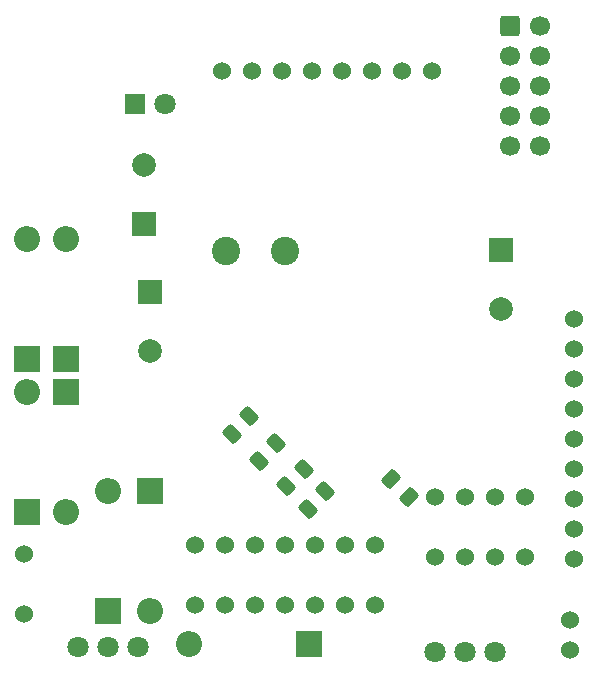
<source format=gbs>
%TF.GenerationSoftware,KiCad,Pcbnew,(6.0.4)*%
%TF.CreationDate,2022-04-18T09:54:31-07:00*%
%TF.ProjectId,stm32f091_project_condensed_v02,73746d33-3266-4303-9931-5f70726f6a65,v01*%
%TF.SameCoordinates,Original*%
%TF.FileFunction,Soldermask,Bot*%
%TF.FilePolarity,Negative*%
%FSLAX46Y46*%
G04 Gerber Fmt 4.6, Leading zero omitted, Abs format (unit mm)*
G04 Created by KiCad (PCBNEW (6.0.4)) date 2022-04-18 09:54:31*
%MOMM*%
%LPD*%
G01*
G04 APERTURE LIST*
G04 Aperture macros list*
%AMRoundRect*
0 Rectangle with rounded corners*
0 $1 Rounding radius*
0 $2 $3 $4 $5 $6 $7 $8 $9 X,Y pos of 4 corners*
0 Add a 4 corners polygon primitive as box body*
4,1,4,$2,$3,$4,$5,$6,$7,$8,$9,$2,$3,0*
0 Add four circle primitives for the rounded corners*
1,1,$1+$1,$2,$3*
1,1,$1+$1,$4,$5*
1,1,$1+$1,$6,$7*
1,1,$1+$1,$8,$9*
0 Add four rect primitives between the rounded corners*
20,1,$1+$1,$2,$3,$4,$5,0*
20,1,$1+$1,$4,$5,$6,$7,0*
20,1,$1+$1,$6,$7,$8,$9,0*
20,1,$1+$1,$8,$9,$2,$3,0*%
G04 Aperture macros list end*
%ADD10C,1.524000*%
%ADD11R,2.000000X2.000000*%
%ADD12C,2.000000*%
%ADD13R,2.200000X2.200000*%
%ADD14O,2.200000X2.200000*%
%ADD15C,1.800000*%
%ADD16C,2.400000*%
%ADD17R,1.800000X1.800000*%
%ADD18RoundRect,0.250000X-0.600000X-0.600000X0.600000X-0.600000X0.600000X0.600000X-0.600000X0.600000X0*%
%ADD19C,1.700000*%
%ADD20RoundRect,0.250000X0.097227X-0.574524X0.574524X-0.097227X-0.097227X0.574524X-0.574524X0.097227X0*%
%ADD21RoundRect,0.250000X0.574524X0.097227X0.097227X0.574524X-0.574524X-0.097227X-0.097227X-0.574524X0*%
G04 APERTURE END LIST*
D10*
%TO.C,J3*%
X109757620Y-91664760D03*
X112297620Y-91664760D03*
X114837620Y-91664760D03*
X117377620Y-91664760D03*
X119917620Y-91664760D03*
X122457620Y-91664760D03*
X124997620Y-91664760D03*
X127537620Y-91664760D03*
%TD*%
D11*
%TO.C,C18*%
X133367620Y-106777083D03*
D12*
X133367620Y-111777083D03*
%TD*%
D13*
%TO.C,D3*%
X117111620Y-140132760D03*
D14*
X106951620Y-140132760D03*
%TD*%
D15*
%TO.C,RV1*%
X97553620Y-140386760D03*
X100093620Y-140386760D03*
X102633620Y-140386760D03*
%TD*%
D10*
%TO.C,J4*%
X92981620Y-137592760D03*
X92981620Y-132512760D03*
%TD*%
D13*
%TO.C,D7*%
X93235620Y-128956760D03*
D14*
X93235620Y-118796760D03*
%TD*%
D16*
%TO.C,100mH1*%
X110039620Y-106858760D03*
X115039620Y-106858760D03*
%TD*%
D13*
%TO.C,D9*%
X96537620Y-118796760D03*
D14*
X96537620Y-128956760D03*
%TD*%
D10*
%TO.C,LS1*%
X139209620Y-138100760D03*
X139209620Y-140640760D03*
%TD*%
%TO.C,U2*%
X107459620Y-136830760D03*
X109999620Y-136830760D03*
X112539620Y-136830760D03*
X115079620Y-136830760D03*
X117619620Y-136830760D03*
X120159620Y-136830760D03*
X122699620Y-136830760D03*
X122699620Y-131750760D03*
X120159620Y-131750760D03*
X117619620Y-131750760D03*
X115079620Y-131750760D03*
X112539620Y-131750760D03*
X109999620Y-131750760D03*
X107459620Y-131750760D03*
%TD*%
D13*
%TO.C,D1*%
X100093620Y-137338760D03*
D14*
X100093620Y-127178760D03*
%TD*%
D15*
%TO.C,RV2*%
X127779620Y-140831260D03*
X130319620Y-140831260D03*
X132859620Y-140831260D03*
%TD*%
D17*
%TO.C,LD1*%
X102374620Y-94412760D03*
D15*
X104914620Y-94412760D03*
%TD*%
D11*
%TO.C,C22*%
X103649620Y-110333083D03*
D12*
X103649620Y-115333083D03*
%TD*%
D11*
%TO.C,C21*%
X103141620Y-104572760D03*
D12*
X103141620Y-99572760D03*
%TD*%
D13*
%TO.C,D6*%
X93235620Y-116002760D03*
D14*
X93235620Y-105842760D03*
%TD*%
D13*
%TO.C,D4*%
X103649620Y-127178760D03*
D14*
X103649620Y-137338760D03*
%TD*%
D13*
%TO.C,D8*%
X96537620Y-116002760D03*
D14*
X96537620Y-105842760D03*
%TD*%
D10*
%TO.C,U4*%
X127779620Y-132766760D03*
X130319620Y-132766760D03*
X132859620Y-132766760D03*
X135399620Y-132766760D03*
X135399620Y-127686760D03*
X132859620Y-127686760D03*
X130319620Y-127686760D03*
X127779620Y-127686760D03*
%TD*%
%TO.C,J2*%
X139528245Y-132976011D03*
X139528245Y-130436011D03*
X139528245Y-127896011D03*
X139528245Y-125356011D03*
X139528245Y-122816011D03*
X139528245Y-120276011D03*
X139528245Y-117736011D03*
X139528245Y-115196011D03*
X139528245Y-112656011D03*
%TD*%
D18*
%TO.C,J1*%
X134125120Y-87854760D03*
D19*
X136665120Y-87854760D03*
X134125120Y-90394760D03*
X136665120Y-90394760D03*
X134125120Y-92934760D03*
X136665120Y-92934760D03*
X134125120Y-95474760D03*
X136665120Y-95474760D03*
X134125120Y-98014760D03*
X136665120Y-98014760D03*
%TD*%
D20*
%TO.C,C1*%
X110535997Y-122324383D03*
X112003243Y-120857137D03*
%TD*%
%TO.C,C6*%
X116977874Y-128674383D03*
X118445120Y-127207137D03*
%TD*%
%TO.C,C3*%
X112821997Y-124610383D03*
X114289243Y-123143137D03*
%TD*%
D21*
%TO.C,C9*%
X125528743Y-127658383D03*
X124061497Y-126191137D03*
%TD*%
D20*
%TO.C,C5*%
X115171497Y-126769383D03*
X116638743Y-125302137D03*
%TD*%
M02*

</source>
